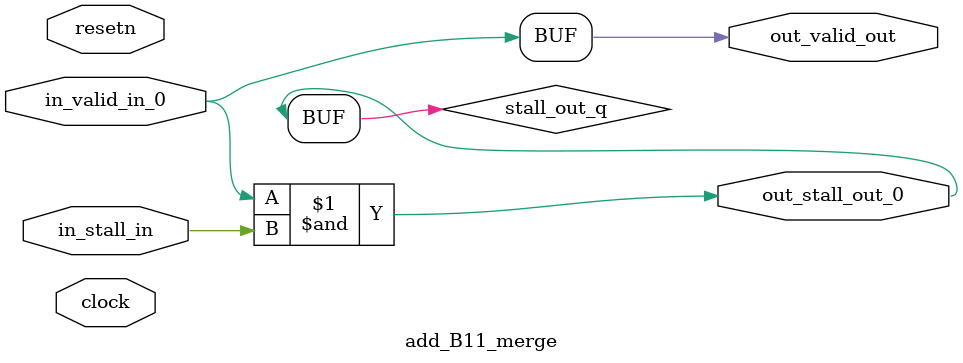
<source format=sv>



(* altera_attribute = "-name AUTO_SHIFT_REGISTER_RECOGNITION OFF; -name MESSAGE_DISABLE 10036; -name MESSAGE_DISABLE 10037; -name MESSAGE_DISABLE 14130; -name MESSAGE_DISABLE 14320; -name MESSAGE_DISABLE 15400; -name MESSAGE_DISABLE 14130; -name MESSAGE_DISABLE 10036; -name MESSAGE_DISABLE 12020; -name MESSAGE_DISABLE 12030; -name MESSAGE_DISABLE 12010; -name MESSAGE_DISABLE 12110; -name MESSAGE_DISABLE 14320; -name MESSAGE_DISABLE 13410; -name MESSAGE_DISABLE 113007; -name MESSAGE_DISABLE 10958" *)
module add_B11_merge (
    input wire [0:0] in_stall_in,
    input wire [0:0] in_valid_in_0,
    output wire [0:0] out_stall_out_0,
    output wire [0:0] out_valid_out,
    input wire clock,
    input wire resetn
    );

    wire [0:0] stall_out_q;


    // stall_out(LOGICAL,6)
    assign stall_out_q = in_valid_in_0 & in_stall_in;

    // out_stall_out_0(GPOUT,4)
    assign out_stall_out_0 = stall_out_q;

    // out_valid_out(GPOUT,5)
    assign out_valid_out = in_valid_in_0;

endmodule

</source>
